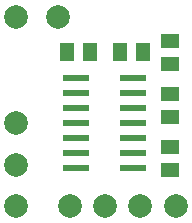
<source format=gbr>
G04 EAGLE Gerber RS-274X export*
G75*
%MOMM*%
%FSLAX34Y34*%
%LPD*%
%INSolderpaste Top*%
%IPPOS*%
%AMOC8*
5,1,8,0,0,1.08239X$1,22.5*%
G01*
%ADD10R,1.300000X1.500000*%
%ADD11C,2.000000*%
%ADD12R,1.500000X1.300000*%
%ADD13R,2.286000X0.609600*%


D10*
X108000Y150000D03*
X127000Y150000D03*
D11*
X155000Y20000D03*
X125000Y20000D03*
X20000Y55000D03*
X20000Y20000D03*
X20000Y180000D03*
X55000Y180000D03*
D10*
X63000Y150000D03*
X82000Y150000D03*
D12*
X150000Y140500D03*
X150000Y159500D03*
X150000Y69500D03*
X150000Y50500D03*
X150000Y95500D03*
X150000Y114500D03*
D11*
X20000Y90000D03*
X65000Y20000D03*
X95000Y20000D03*
D13*
X70870Y128100D03*
X70870Y115400D03*
X70870Y102700D03*
X70870Y90000D03*
X70870Y77300D03*
X70870Y64600D03*
X70870Y51900D03*
X119130Y51900D03*
X119130Y64600D03*
X119130Y77300D03*
X119130Y90000D03*
X119130Y102700D03*
X119130Y115400D03*
X119130Y128100D03*
M02*

</source>
